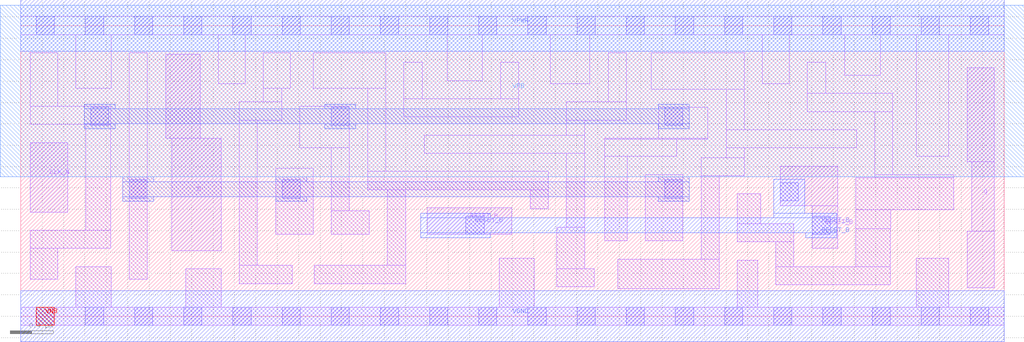
<source format=lef>
# Copyright 2020 The SkyWater PDK Authors
#
# Licensed under the Apache License, Version 2.0 (the "License");
# you may not use this file except in compliance with the License.
# You may obtain a copy of the License at
#
#     https://www.apache.org/licenses/LICENSE-2.0
#
# Unless required by applicable law or agreed to in writing, software
# distributed under the License is distributed on an "AS IS" BASIS,
# WITHOUT WARRANTIES OR CONDITIONS OF ANY KIND, either express or implied.
# See the License for the specific language governing permissions and
# limitations under the License.
#
# SPDX-License-Identifier: Apache-2.0

VERSION 5.7 ;
  NOWIREEXTENSIONATPIN ON ;
  DIVIDERCHAR "/" ;
  BUSBITCHARS "[]" ;
MACRO sky130_fd_sc_hd__dfrtn_1
  CLASS CORE ;
  FOREIGN sky130_fd_sc_hd__dfrtn_1 ;
  ORIGIN  0.000000  0.000000 ;
  SIZE  9.200000 BY  2.720000 ;
  SYMMETRY X Y R90 ;
  SITE unithd ;
  PIN D
    ANTENNAGATEAREA  0.126000 ;
    DIRECTION INPUT ;
    USE SIGNAL ;
    PORT
      LAYER li1 ;
        RECT 1.355000 1.665000 1.680000 2.450000 ;
        RECT 1.415000 0.615000 1.875000 1.665000 ;
    END
  END D
  PIN Q
    ANTENNADIFFAREA  0.429000 ;
    DIRECTION OUTPUT ;
    USE SIGNAL ;
    PORT
      LAYER li1 ;
        RECT 8.855000 0.265000 9.110000 0.795000 ;
        RECT 8.855000 1.445000 9.110000 2.325000 ;
        RECT 8.900000 0.795000 9.110000 1.445000 ;
    END
  END Q
  PIN RESET_B
    ANTENNAGATEAREA  0.252000 ;
    DIRECTION INPUT ;
    USE SIGNAL ;
    PORT
      LAYER li1 ;
        RECT 3.805000 0.765000 4.595000 1.015000 ;
      LAYER mcon ;
        RECT 4.165000 0.765000 4.335000 0.935000 ;
    END
    PORT
      LAYER li1 ;
        RECT 7.105000 1.035000 7.645000 1.405000 ;
        RECT 7.405000 0.635000 7.645000 1.035000 ;
      LAYER mcon ;
        RECT 7.105000 1.080000 7.275000 1.250000 ;
        RECT 7.405000 0.765000 7.575000 0.935000 ;
    END
    PORT
      LAYER met1 ;
        RECT 3.745000 0.735000 4.395000 0.780000 ;
        RECT 3.745000 0.780000 7.635000 0.920000 ;
        RECT 3.745000 0.920000 4.395000 0.965000 ;
        RECT 7.045000 0.920000 7.635000 0.965000 ;
        RECT 7.045000 0.965000 7.335000 1.280000 ;
        RECT 7.345000 0.735000 7.635000 0.780000 ;
    END
  END RESET_B
  PIN CLK_N
    ANTENNAGATEAREA  0.159000 ;
    DIRECTION INPUT ;
    USE CLOCK ;
    PORT
      LAYER li1 ;
        RECT 0.090000 0.975000 0.440000 1.625000 ;
    END
  END CLK_N
  PIN VGND
    DIRECTION INOUT ;
    SHAPE ABUTMENT ;
    USE GROUND ;
    PORT
      LAYER met1 ;
        RECT 0.000000 -0.240000 9.200000 0.240000 ;
    END
  END VGND
  PIN VNB
    DIRECTION INOUT ;
    USE GROUND ;
    PORT
      LAYER pwell ;
        RECT 0.145000 -0.085000 0.315000 0.085000 ;
    END
  END VNB
  PIN VPB
    DIRECTION INOUT ;
    USE POWER ;
    PORT
      LAYER nwell ;
        RECT -0.190000 1.305000 9.390000 2.910000 ;
    END
  END VPB
  PIN VPWR
    DIRECTION INOUT ;
    SHAPE ABUTMENT ;
    USE POWER ;
    PORT
      LAYER met1 ;
        RECT 0.000000 2.480000 9.200000 2.960000 ;
    END
  END VPWR
  OBS
    LAYER li1 ;
      RECT 0.000000 -0.085000 9.200000 0.085000 ;
      RECT 0.000000  2.635000 9.200000 2.805000 ;
      RECT 0.090000  0.345000 0.345000 0.635000 ;
      RECT 0.090000  0.635000 0.840000 0.805000 ;
      RECT 0.090000  1.795000 0.840000 1.965000 ;
      RECT 0.090000  1.965000 0.345000 2.465000 ;
      RECT 0.515000  0.085000 0.845000 0.465000 ;
      RECT 0.515000  2.135000 0.845000 2.635000 ;
      RECT 0.610000  0.805000 0.840000 1.795000 ;
      RECT 1.015000  0.345000 1.185000 2.465000 ;
      RECT 1.545000  0.085000 1.875000 0.445000 ;
      RECT 1.850000  2.175000 2.100000 2.635000 ;
      RECT 2.045000  0.305000 2.540000 0.475000 ;
      RECT 2.045000  0.475000 2.215000 1.835000 ;
      RECT 2.045000  1.835000 2.440000 2.005000 ;
      RECT 2.270000  2.005000 2.440000 2.135000 ;
      RECT 2.270000  2.135000 2.520000 2.465000 ;
      RECT 2.385000  0.765000 2.735000 1.385000 ;
      RECT 2.610000  1.575000 3.075000 1.965000 ;
      RECT 2.735000  2.135000 3.415000 2.465000 ;
      RECT 2.745000  0.305000 3.600000 0.475000 ;
      RECT 2.905000  0.765000 3.260000 0.985000 ;
      RECT 2.905000  0.985000 3.075000 1.575000 ;
      RECT 3.245000  1.185000 4.935000 1.355000 ;
      RECT 3.245000  1.355000 3.415000 2.135000 ;
      RECT 3.430000  0.475000 3.600000 1.185000 ;
      RECT 3.585000  1.865000 4.660000 2.035000 ;
      RECT 3.585000  2.035000 3.755000 2.375000 ;
      RECT 3.775000  1.525000 5.275000 1.695000 ;
      RECT 3.990000  2.205000 4.320000 2.635000 ;
      RECT 4.475000  0.085000 4.805000 0.545000 ;
      RECT 4.490000  2.035000 4.660000 2.375000 ;
      RECT 4.765000  1.005000 4.935000 1.185000 ;
      RECT 4.955000  2.175000 5.325000 2.635000 ;
      RECT 5.015000  0.275000 5.365000 0.445000 ;
      RECT 5.015000  0.445000 5.275000 0.835000 ;
      RECT 5.105000  0.835000 5.275000 1.525000 ;
      RECT 5.105000  1.695000 5.275000 1.835000 ;
      RECT 5.105000  1.835000 5.665000 2.005000 ;
      RECT 5.465000  0.705000 5.675000 1.495000 ;
      RECT 5.465000  1.495000 6.140000 1.655000 ;
      RECT 5.465000  1.655000 6.430000 1.665000 ;
      RECT 5.495000  2.005000 5.665000 2.465000 ;
      RECT 5.585000  0.255000 6.535000 0.535000 ;
      RECT 5.845000  0.705000 6.195000 1.325000 ;
      RECT 5.900000  2.125000 6.770000 2.465000 ;
      RECT 5.970000  1.665000 6.430000 1.955000 ;
      RECT 6.365000  0.535000 6.535000 1.315000 ;
      RECT 6.365000  1.315000 6.770000 1.485000 ;
      RECT 6.600000  1.485000 6.770000 1.575000 ;
      RECT 6.600000  1.575000 7.820000 1.745000 ;
      RECT 6.600000  1.745000 6.770000 2.125000 ;
      RECT 6.705000  0.085000 6.895000 0.525000 ;
      RECT 6.705000  0.695000 7.235000 0.865000 ;
      RECT 6.705000  0.865000 6.925000 1.145000 ;
      RECT 6.940000  2.175000 7.190000 2.635000 ;
      RECT 7.065000  0.295000 8.135000 0.465000 ;
      RECT 7.065000  0.465000 7.235000 0.695000 ;
      RECT 7.360000  1.915000 8.160000 2.085000 ;
      RECT 7.360000  2.085000 7.530000 2.375000 ;
      RECT 7.710000  2.255000 8.040000 2.635000 ;
      RECT 7.815000  0.465000 8.135000 0.820000 ;
      RECT 7.815000  0.820000 8.140000 0.995000 ;
      RECT 7.815000  0.995000 8.730000 1.295000 ;
      RECT 7.990000  1.295000 8.730000 1.325000 ;
      RECT 7.990000  1.325000 8.160000 1.915000 ;
      RECT 8.380000  0.085000 8.685000 0.545000 ;
      RECT 8.380000  1.495000 8.685000 2.635000 ;
    LAYER mcon ;
      RECT 0.145000 -0.085000 0.315000 0.085000 ;
      RECT 0.145000  2.635000 0.315000 2.805000 ;
      RECT 0.605000 -0.085000 0.775000 0.085000 ;
      RECT 0.605000  2.635000 0.775000 2.805000 ;
      RECT 0.655000  1.785000 0.825000 1.955000 ;
      RECT 1.015000  1.105000 1.185000 1.275000 ;
      RECT 1.065000 -0.085000 1.235000 0.085000 ;
      RECT 1.065000  2.635000 1.235000 2.805000 ;
      RECT 1.525000 -0.085000 1.695000 0.085000 ;
      RECT 1.525000  2.635000 1.695000 2.805000 ;
      RECT 1.985000 -0.085000 2.155000 0.085000 ;
      RECT 1.985000  2.635000 2.155000 2.805000 ;
      RECT 2.445000 -0.085000 2.615000 0.085000 ;
      RECT 2.445000  1.105000 2.615000 1.275000 ;
      RECT 2.445000  2.635000 2.615000 2.805000 ;
      RECT 2.905000 -0.085000 3.075000 0.085000 ;
      RECT 2.905000  1.785000 3.075000 1.955000 ;
      RECT 2.905000  2.635000 3.075000 2.805000 ;
      RECT 3.365000 -0.085000 3.535000 0.085000 ;
      RECT 3.365000  2.635000 3.535000 2.805000 ;
      RECT 3.825000 -0.085000 3.995000 0.085000 ;
      RECT 3.825000  2.635000 3.995000 2.805000 ;
      RECT 4.285000 -0.085000 4.455000 0.085000 ;
      RECT 4.285000  2.635000 4.455000 2.805000 ;
      RECT 4.745000 -0.085000 4.915000 0.085000 ;
      RECT 4.745000  2.635000 4.915000 2.805000 ;
      RECT 5.205000 -0.085000 5.375000 0.085000 ;
      RECT 5.205000  2.635000 5.375000 2.805000 ;
      RECT 5.665000 -0.085000 5.835000 0.085000 ;
      RECT 5.665000  2.635000 5.835000 2.805000 ;
      RECT 6.025000  1.105000 6.195000 1.275000 ;
      RECT 6.025000  1.785000 6.195000 1.955000 ;
      RECT 6.125000 -0.085000 6.295000 0.085000 ;
      RECT 6.125000  2.635000 6.295000 2.805000 ;
      RECT 6.585000 -0.085000 6.755000 0.085000 ;
      RECT 6.585000  2.635000 6.755000 2.805000 ;
      RECT 7.045000 -0.085000 7.215000 0.085000 ;
      RECT 7.045000  2.635000 7.215000 2.805000 ;
      RECT 7.505000 -0.085000 7.675000 0.085000 ;
      RECT 7.505000  2.635000 7.675000 2.805000 ;
      RECT 7.965000 -0.085000 8.135000 0.085000 ;
      RECT 7.965000  2.635000 8.135000 2.805000 ;
      RECT 8.425000 -0.085000 8.595000 0.085000 ;
      RECT 8.425000  2.635000 8.595000 2.805000 ;
      RECT 8.885000 -0.085000 9.055000 0.085000 ;
      RECT 8.885000  2.635000 9.055000 2.805000 ;
    LAYER met1 ;
      RECT 0.595000 1.755000 0.885000 1.800000 ;
      RECT 0.595000 1.800000 6.255000 1.940000 ;
      RECT 0.595000 1.940000 0.885000 1.985000 ;
      RECT 0.955000 1.075000 1.245000 1.120000 ;
      RECT 0.955000 1.120000 6.255000 1.260000 ;
      RECT 0.955000 1.260000 1.245000 1.305000 ;
      RECT 2.385000 1.075000 2.675000 1.120000 ;
      RECT 2.385000 1.260000 2.675000 1.305000 ;
      RECT 2.845000 1.755000 3.135000 1.800000 ;
      RECT 2.845000 1.940000 3.135000 1.985000 ;
      RECT 5.965000 1.075000 6.255000 1.120000 ;
      RECT 5.965000 1.260000 6.255000 1.305000 ;
      RECT 5.965000 1.755000 6.255000 1.800000 ;
      RECT 5.965000 1.940000 6.255000 1.985000 ;
  END
END sky130_fd_sc_hd__dfrtn_1
END LIBRARY

</source>
